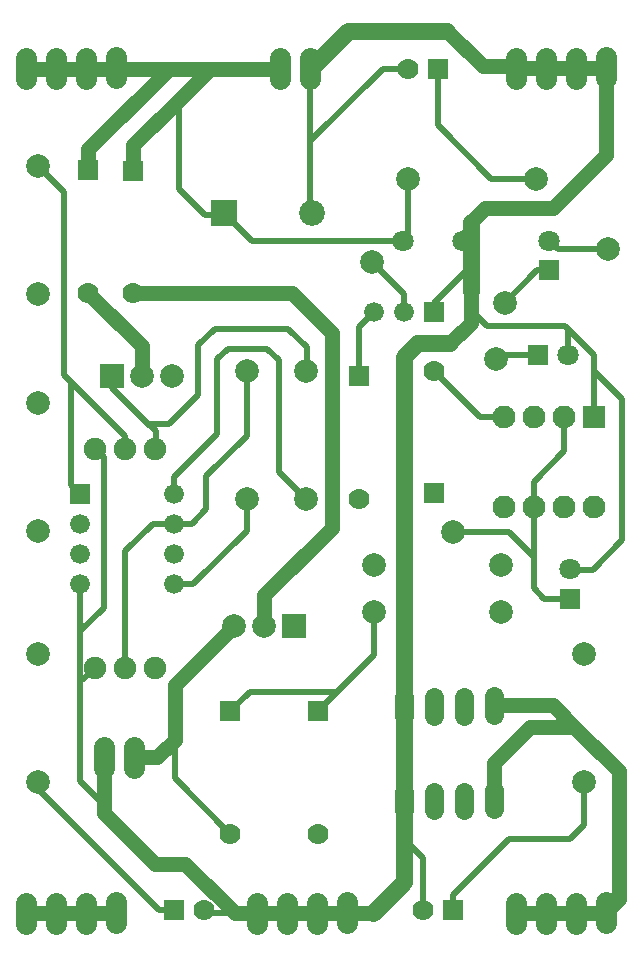
<source format=gbr>
G04 EAGLE Gerber RS-274X export*
G75*
%MOMM*%
%FSLAX34Y34*%
%LPD*%
%INBottom Copper*%
%IPPOS*%
%AMOC8*
5,1,8,0,0,1.08239X$1,22.5*%
G01*
G04 Define Apertures*
%ADD10R,1.800000X1.800000*%
%ADD11C,1.800000*%
%ADD12R,1.778000X1.778000*%
%ADD13C,1.778000*%
%ADD14C,2.000000*%
%ADD15R,1.930400X1.930400*%
%ADD16C,1.930400*%
%ADD17R,2.184400X2.184400*%
%ADD18C,2.184400*%
%ADD19R,2.010000X2.010000*%
%ADD20C,2.010000*%
%ADD21C,1.900000*%
%ADD22R,1.676400X1.676400*%
%ADD23C,1.676400*%
%ADD24C,1.778000*%
%ADD25C,1.590000*%
%ADD26C,1.300000*%
%ADD27C,0.500000*%
%ADD28C,1.400000*%
D10*
X490800Y301400D03*
D11*
X490800Y326400D03*
D10*
X473000Y579200D03*
D11*
X473000Y604200D03*
D10*
X463875Y508000D03*
D11*
X488875Y508000D03*
D12*
X375800Y390450D03*
D13*
X375800Y494050D03*
D12*
X311900Y489550D03*
D13*
X311900Y385950D03*
D14*
X324500Y330200D03*
X432700Y330200D03*
X432700Y290300D03*
X324500Y290300D03*
X40000Y146350D03*
X40000Y254550D03*
D15*
X511100Y455200D03*
D16*
X485700Y455200D03*
X460300Y455200D03*
X434900Y455200D03*
X434900Y379000D03*
X460300Y379000D03*
X485700Y379000D03*
X511100Y379000D03*
D11*
X400400Y604000D03*
X349600Y604000D03*
D17*
X197500Y628000D03*
D18*
X272500Y628000D03*
D19*
X103000Y490000D03*
D20*
X128400Y490000D03*
X153800Y490000D03*
D19*
X257000Y278000D03*
D20*
X231600Y278000D03*
X206200Y278000D03*
D21*
X139774Y428000D03*
X114374Y428000D03*
X88974Y428000D03*
X139774Y243000D03*
X114374Y243000D03*
X88974Y243000D03*
D22*
X76300Y390100D03*
D23*
X76300Y364700D03*
X76300Y339300D03*
X76300Y313900D03*
X155700Y313900D03*
X155700Y339300D03*
X155700Y364700D03*
X155700Y390100D03*
D22*
X375400Y544000D03*
D23*
X350000Y544000D03*
X324600Y544000D03*
D12*
X203000Y205800D03*
D13*
X203000Y102200D03*
D12*
X277000Y205800D03*
D13*
X277000Y102200D03*
D14*
X40000Y667600D03*
X40000Y559400D03*
X217000Y494100D03*
X217000Y385900D03*
X267000Y385900D03*
X267000Y494100D03*
X40000Y466600D03*
X40000Y358400D03*
D12*
X83000Y664050D03*
D13*
X83000Y560450D03*
D12*
X121000Y663800D03*
D13*
X121000Y560200D03*
D14*
X353400Y657000D03*
X461600Y657000D03*
X503000Y146350D03*
X503000Y254550D03*
D24*
X96300Y175890D02*
X96300Y158110D01*
X121700Y158110D02*
X121700Y175890D01*
X30000Y43890D02*
X30000Y26110D01*
X55400Y26110D02*
X55400Y43890D01*
X80800Y43890D02*
X80800Y26110D01*
X106200Y27110D02*
X106200Y44890D01*
X445000Y43890D02*
X445000Y26110D01*
X470400Y26110D02*
X470400Y43890D01*
X495800Y43890D02*
X495800Y26110D01*
X521200Y27110D02*
X521200Y44890D01*
X226000Y43890D02*
X226000Y26110D01*
X251400Y26110D02*
X251400Y43890D01*
X276800Y43890D02*
X276800Y26110D01*
X302200Y27110D02*
X302200Y44890D01*
X271048Y741110D02*
X271048Y758890D01*
X245648Y758890D02*
X245648Y741110D01*
X30000Y741110D02*
X30000Y758890D01*
X55400Y758890D02*
X55400Y741110D01*
X80800Y741110D02*
X80800Y758890D01*
X106200Y759890D02*
X106200Y742110D01*
X445000Y741110D02*
X445000Y758890D01*
X470400Y758890D02*
X470400Y741110D01*
X495800Y741110D02*
X495800Y758890D01*
X521200Y759890D02*
X521200Y742110D01*
D12*
X391700Y37500D03*
D13*
X366300Y37500D03*
D12*
X378700Y750000D03*
D13*
X353300Y750000D03*
D12*
X155300Y37500D03*
D13*
X180700Y37500D03*
D25*
X350000Y122050D02*
X350000Y137950D01*
X375400Y137950D02*
X375400Y122050D01*
X400800Y122050D02*
X400800Y137950D01*
X426200Y138950D02*
X426200Y123050D01*
X350000Y202050D02*
X350000Y217950D01*
X375400Y217950D02*
X375400Y202050D01*
X400800Y202050D02*
X400800Y217950D01*
X426200Y218950D02*
X426200Y203050D01*
D26*
X206200Y278000D02*
X156000Y227800D01*
X156000Y182000D01*
X141000Y167000D01*
X121700Y167000D01*
D27*
X156000Y149200D02*
X203000Y102200D01*
X156000Y149200D02*
X156000Y182000D01*
D26*
X105200Y35000D02*
X30000Y35000D01*
X105200Y35000D02*
X106200Y36000D01*
X521200Y36000D02*
X532000Y46800D01*
X532000Y155000D01*
X494500Y192500D01*
X476000Y211000D01*
X426200Y211000D01*
X456500Y192500D02*
X494500Y192500D01*
X456500Y192500D02*
X426200Y162200D01*
X426200Y131000D01*
X445000Y35000D02*
X520200Y35000D01*
X521200Y36000D01*
D28*
X271048Y750000D02*
X303048Y782000D01*
X387000Y782000D01*
X407000Y620000D02*
X407000Y610600D01*
X400400Y604000D01*
X407000Y610600D02*
X407000Y583000D01*
X407000Y562000D01*
X350000Y210000D02*
X350000Y130000D01*
X350000Y98000D01*
X350000Y61000D01*
X324000Y35000D01*
D27*
X271048Y689000D02*
X271048Y750000D01*
X271048Y689000D02*
X271048Y629453D01*
X272500Y628000D01*
X375400Y551400D02*
X407000Y583000D01*
X375400Y551400D02*
X375400Y544000D01*
X486500Y532500D02*
X489000Y530000D01*
X489000Y508125D01*
X488875Y508000D01*
X489000Y530000D02*
X511100Y507900D01*
X511100Y494000D01*
X511100Y455200D01*
X535000Y470100D02*
X511100Y494000D01*
X535000Y470100D02*
X535000Y351000D01*
X510000Y326000D01*
X491200Y326000D01*
X490800Y326400D01*
X350000Y98000D02*
X366300Y81700D01*
X366300Y37500D01*
X210000Y35000D02*
X207000Y35000D01*
X183200Y35000D01*
X180700Y37500D01*
D26*
X207000Y35000D02*
X165000Y77000D01*
X139000Y77000D01*
X96300Y119700D01*
X96300Y126700D01*
X96300Y167000D01*
D27*
X76000Y147000D02*
X96300Y126700D01*
X76000Y147000D02*
X76000Y234026D01*
X78000Y232026D02*
X88974Y243000D01*
X78000Y232026D02*
X76300Y233726D01*
X76000Y234026D01*
X76300Y233726D02*
X76300Y274000D01*
X76300Y313900D01*
X96000Y293700D02*
X76300Y274000D01*
X96000Y293700D02*
X96000Y420974D01*
X88974Y428000D01*
X332048Y750000D02*
X353300Y750000D01*
X332048Y750000D02*
X271048Y689000D01*
D28*
X361587Y517464D02*
X350000Y505877D01*
X361587Y517464D02*
X389373Y517464D01*
X350000Y505877D02*
X350000Y210000D01*
D26*
X389373Y517464D02*
X407000Y535091D01*
X407000Y546000D01*
X407000Y562000D01*
D27*
X420500Y532500D02*
X486500Y532500D01*
X420500Y532500D02*
X407000Y546000D01*
D26*
X407000Y620000D02*
X419000Y632000D01*
X476000Y632000D01*
X521200Y677200D01*
X521200Y751000D01*
X324000Y35000D02*
X303200Y35000D01*
X302200Y36000D01*
X226000Y35000D02*
X210000Y35000D01*
X417000Y752000D02*
X387000Y782000D01*
X443000Y752000D02*
X445000Y750000D01*
X443000Y752000D02*
X417000Y752000D01*
X445000Y750000D02*
X446000Y751000D01*
X521200Y751000D01*
X303200Y35000D02*
X226000Y35000D01*
X245648Y750000D02*
X186000Y750000D01*
X151000Y750000D01*
X83000Y682000D02*
X83000Y664050D01*
X83000Y682000D02*
X151000Y750000D01*
X121000Y685000D02*
X121000Y663800D01*
X121000Y685000D02*
X159500Y723500D01*
X186000Y750000D01*
D27*
X349600Y604000D02*
X353400Y607800D01*
X353400Y657000D01*
X349600Y604000D02*
X221500Y604000D01*
X197500Y628000D01*
X159500Y648500D02*
X159500Y723500D01*
X159500Y648500D02*
X182000Y626000D01*
X195500Y626000D01*
X197500Y628000D01*
D26*
X151000Y750000D02*
X107200Y750000D01*
X106200Y751000D01*
X107200Y750000D02*
X30000Y750000D01*
D27*
X468600Y301400D02*
X490800Y301400D01*
X468600Y301400D02*
X460000Y310000D01*
X460000Y337000D01*
X460000Y378700D01*
X460300Y379000D01*
X460300Y400300D01*
X486000Y426000D01*
X486000Y454900D01*
X485700Y455200D01*
D14*
X392000Y358000D03*
D27*
X439000Y358000D01*
X460000Y337000D01*
D14*
X523000Y597000D03*
D27*
X480200Y597000D01*
X473000Y604200D01*
D14*
X436000Y552000D03*
D27*
X463200Y579200D02*
X473000Y579200D01*
X463200Y579200D02*
X436000Y552000D01*
X311900Y531300D02*
X311900Y489550D01*
X311900Y531300D02*
X324600Y544000D01*
X155700Y404700D02*
X155700Y390100D01*
X155700Y404700D02*
X192000Y441000D01*
X192000Y504000D01*
X201000Y513000D01*
X234000Y513000D01*
X244000Y503000D01*
X244000Y408900D01*
X267000Y385900D01*
X432000Y508000D02*
X463875Y508000D01*
X432000Y508000D02*
X428000Y504000D01*
D14*
X428000Y504000D03*
D27*
X155300Y37500D02*
X142500Y37500D01*
X40000Y140000D01*
X40000Y146350D01*
X277000Y205800D02*
X293600Y222400D01*
X324500Y253300D01*
X324500Y290300D01*
X219600Y222400D02*
X203000Y205800D01*
X219600Y222400D02*
X293600Y222400D01*
X414650Y455200D02*
X375800Y494050D01*
X414650Y455200D02*
X434900Y455200D01*
X171900Y313900D02*
X155700Y313900D01*
X171900Y313900D02*
X217000Y359000D01*
X217000Y385900D01*
X350000Y544000D02*
X350000Y559000D01*
X323000Y586000D01*
D14*
X323000Y586000D03*
D27*
X62000Y645600D02*
X40000Y667600D01*
X62000Y645600D02*
X62000Y491000D01*
X68500Y484500D01*
X114374Y438626D01*
X114374Y428000D01*
X76300Y390100D02*
X68500Y397900D01*
X68500Y484500D01*
X114374Y341374D02*
X114374Y243000D01*
X114374Y341374D02*
X137700Y364700D01*
X155700Y364700D01*
X217000Y439000D02*
X217000Y494100D01*
X217000Y439000D02*
X183000Y405000D01*
X183000Y377000D01*
X170700Y364700D02*
X155700Y364700D01*
X170700Y364700D02*
X183000Y377000D01*
X103000Y480000D02*
X103000Y490000D01*
X103000Y480000D02*
X133500Y449500D01*
X140000Y443000D01*
X140000Y428226D01*
X139774Y428000D01*
X133500Y449500D02*
X151500Y449500D01*
X176000Y474000D01*
X176000Y516000D01*
X190000Y530000D01*
X252000Y530000D01*
X268000Y514000D01*
X268000Y495100D01*
X267000Y494100D01*
X378700Y702300D02*
X378700Y750000D01*
X378700Y702300D02*
X424000Y657000D01*
X461600Y657000D01*
X391700Y50700D02*
X391700Y37500D01*
X391700Y50700D02*
X439000Y98000D01*
X491000Y98000D01*
X503000Y110000D01*
X503000Y146350D01*
D26*
X255410Y560200D02*
X121000Y560200D01*
X289024Y526586D02*
X289024Y361472D01*
X231600Y304048D01*
X231600Y278000D01*
X289024Y526586D02*
X255410Y560200D01*
X128400Y515050D02*
X83000Y560450D01*
X128400Y515050D02*
X128400Y490000D01*
M02*

</source>
